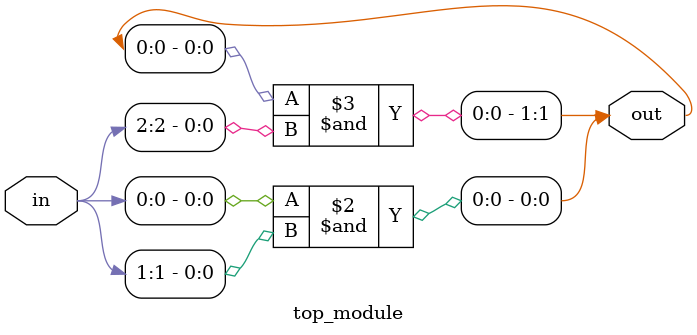
<source format=sv>
module top_module (
	input [2:0] in,
	output [1:0] out
);
	
	always @* begin
		out[0] = in[0] & in[1];  // Perform AND gate operation on the 0th and 1st bits of the input
		out[1] = out[0] & in[2];  // Perform AND gate operation on the previous AND output and the 2nd bit of the input
	end
	
endmodule

</source>
